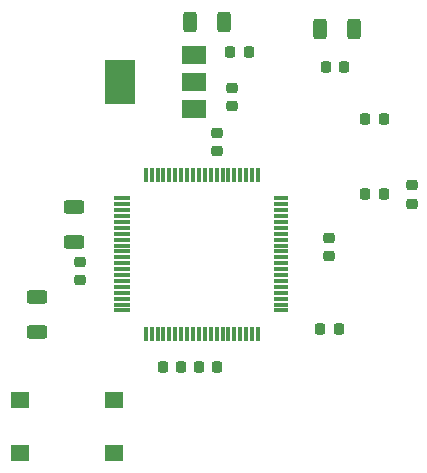
<source format=gbr>
%TF.GenerationSoftware,KiCad,Pcbnew,7.0.7*%
%TF.CreationDate,2023-12-05T11:36:27+01:00*%
%TF.ProjectId,PF,50462e6b-6963-4616-945f-706362585858,rev?*%
%TF.SameCoordinates,Original*%
%TF.FileFunction,Paste,Top*%
%TF.FilePolarity,Positive*%
%FSLAX46Y46*%
G04 Gerber Fmt 4.6, Leading zero omitted, Abs format (unit mm)*
G04 Created by KiCad (PCBNEW 7.0.7) date 2023-12-05 11:36:27*
%MOMM*%
%LPD*%
G01*
G04 APERTURE LIST*
G04 Aperture macros list*
%AMRoundRect*
0 Rectangle with rounded corners*
0 $1 Rounding radius*
0 $2 $3 $4 $5 $6 $7 $8 $9 X,Y pos of 4 corners*
0 Add a 4 corners polygon primitive as box body*
4,1,4,$2,$3,$4,$5,$6,$7,$8,$9,$2,$3,0*
0 Add four circle primitives for the rounded corners*
1,1,$1+$1,$2,$3*
1,1,$1+$1,$4,$5*
1,1,$1+$1,$6,$7*
1,1,$1+$1,$8,$9*
0 Add four rect primitives between the rounded corners*
20,1,$1+$1,$2,$3,$4,$5,0*
20,1,$1+$1,$4,$5,$6,$7,0*
20,1,$1+$1,$6,$7,$8,$9,0*
20,1,$1+$1,$8,$9,$2,$3,0*%
G04 Aperture macros list end*
%ADD10RoundRect,0.250000X-0.312500X-0.625000X0.312500X-0.625000X0.312500X0.625000X-0.312500X0.625000X0*%
%ADD11RoundRect,0.250000X0.312500X0.625000X-0.312500X0.625000X-0.312500X-0.625000X0.312500X-0.625000X0*%
%ADD12RoundRect,0.225000X-0.225000X-0.250000X0.225000X-0.250000X0.225000X0.250000X-0.225000X0.250000X0*%
%ADD13RoundRect,0.225000X0.250000X-0.225000X0.250000X0.225000X-0.250000X0.225000X-0.250000X-0.225000X0*%
%ADD14RoundRect,0.225000X0.225000X0.250000X-0.225000X0.250000X-0.225000X-0.250000X0.225000X-0.250000X0*%
%ADD15R,1.397000X0.300000*%
%ADD16R,0.300000X1.200000*%
%ADD17R,1.200000X0.300000*%
%ADD18RoundRect,0.218750X-0.218750X-0.256250X0.218750X-0.256250X0.218750X0.256250X-0.218750X0.256250X0*%
%ADD19R,1.600000X1.400000*%
%ADD20R,2.006600X1.498600*%
%ADD21R,2.540000X3.810000*%
%ADD22RoundRect,0.225000X-0.250000X0.225000X-0.250000X-0.225000X0.250000X-0.225000X0.250000X0.225000X0*%
%ADD23RoundRect,0.250000X0.625000X-0.312500X0.625000X0.312500X-0.625000X0.312500X-0.625000X-0.312500X0*%
G04 APERTURE END LIST*
D10*
%TO.C,R4*%
X138045000Y-73025000D03*
X140970000Y-73025000D03*
%TD*%
D11*
%TO.C,R3*%
X151957500Y-73660000D03*
X149032500Y-73660000D03*
%TD*%
D12*
%TO.C,C10*%
X141465000Y-75565000D03*
X143015000Y-75565000D03*
%TD*%
D13*
%TO.C,C5*%
X140335000Y-83960000D03*
X140335000Y-82410000D03*
%TD*%
D14*
%TO.C,C3*%
X140335000Y-102235000D03*
X138785000Y-102235000D03*
%TD*%
D15*
%TO.C,IC1*%
X132340000Y-87960000D03*
X132340000Y-88460000D03*
X132340000Y-88960000D03*
X132340000Y-89460000D03*
X132340000Y-89960000D03*
X132340000Y-90460000D03*
X132340000Y-90960000D03*
X132340000Y-91460000D03*
X132340000Y-91960000D03*
X132340000Y-92460000D03*
X132340000Y-92960000D03*
X132340000Y-93460000D03*
X132340000Y-93960000D03*
X132340000Y-94460000D03*
X132340000Y-94960000D03*
X132340000Y-95460000D03*
X132340000Y-95960000D03*
X132340000Y-96460000D03*
X132340000Y-96960000D03*
X132340000Y-97460000D03*
D16*
X134315000Y-99435000D03*
X134815000Y-99435000D03*
X135315000Y-99435000D03*
X135815000Y-99435000D03*
X136315000Y-99435000D03*
X136815000Y-99435000D03*
X137315000Y-99435000D03*
X137815000Y-99435000D03*
X138315000Y-99435000D03*
X138815000Y-99435000D03*
X139315000Y-99435000D03*
X139815000Y-99435000D03*
X140315000Y-99435000D03*
X140815000Y-99435000D03*
X141315000Y-99435000D03*
X141815000Y-99435000D03*
X142315000Y-99435000D03*
X142815000Y-99435000D03*
X143315000Y-99435000D03*
X143815000Y-99435000D03*
D17*
X145790000Y-97460000D03*
X145790000Y-96960000D03*
X145790000Y-96460000D03*
X145790000Y-95960000D03*
X145790000Y-95460000D03*
X145790000Y-94960000D03*
X145790000Y-94460000D03*
X145790000Y-93960000D03*
X145790000Y-93460000D03*
X145790000Y-92960000D03*
X145790000Y-92460000D03*
X145790000Y-91960000D03*
X145790000Y-91460000D03*
X145790000Y-90960000D03*
X145790000Y-90460000D03*
X145790000Y-89960000D03*
X145790000Y-89460000D03*
X145790000Y-88960000D03*
X145790000Y-88460000D03*
X145790000Y-87960000D03*
D16*
X143815000Y-85985000D03*
X143315000Y-85985000D03*
X142815000Y-85985000D03*
X142315000Y-85985000D03*
X141815000Y-85985000D03*
X141315000Y-85985000D03*
X140815000Y-85985000D03*
X140315000Y-85985000D03*
X139815000Y-85985000D03*
X139315000Y-85985000D03*
X138815000Y-85985000D03*
X138315000Y-85985000D03*
X137815000Y-85985000D03*
X137315000Y-85985000D03*
X136815000Y-85985000D03*
X136315000Y-85985000D03*
X135815000Y-85985000D03*
X135315000Y-85985000D03*
X134815000Y-85985000D03*
X134315000Y-85985000D03*
%TD*%
D13*
%TO.C,C1*%
X128765000Y-94895000D03*
X128765000Y-93345000D03*
%TD*%
D18*
%TO.C,D1*%
X149555000Y-76835000D03*
X151130000Y-76835000D03*
%TD*%
D13*
%TO.C,C4*%
X149860000Y-92850000D03*
X149860000Y-91300000D03*
%TD*%
D19*
%TO.C,RESET0*%
X131635000Y-109565000D03*
X123635000Y-109565000D03*
X131635000Y-105065000D03*
X123635000Y-105065000D03*
%TD*%
D12*
%TO.C,C2*%
X135750000Y-102235000D03*
X137300000Y-102235000D03*
%TD*%
D20*
%TO.C,U1*%
X138404600Y-80365600D03*
X138404600Y-78079600D03*
X138404600Y-75793600D03*
D21*
X132105400Y-78105000D03*
%TD*%
D12*
%TO.C,C8*%
X152895000Y-87630000D03*
X154445000Y-87630000D03*
%TD*%
D14*
%TO.C,C6*%
X150635000Y-99060000D03*
X149085000Y-99060000D03*
%TD*%
D22*
%TO.C,C11*%
X141605000Y-78600000D03*
X141605000Y-80150000D03*
%TD*%
D13*
%TO.C,C7*%
X156845000Y-88405000D03*
X156845000Y-86855000D03*
%TD*%
D12*
%TO.C,C9*%
X152895000Y-81280000D03*
X154445000Y-81280000D03*
%TD*%
D23*
%TO.C,R1*%
X128270000Y-91632500D03*
X128270000Y-88707500D03*
%TD*%
%TO.C,R2*%
X125095000Y-99252500D03*
X125095000Y-96327500D03*
%TD*%
M02*

</source>
